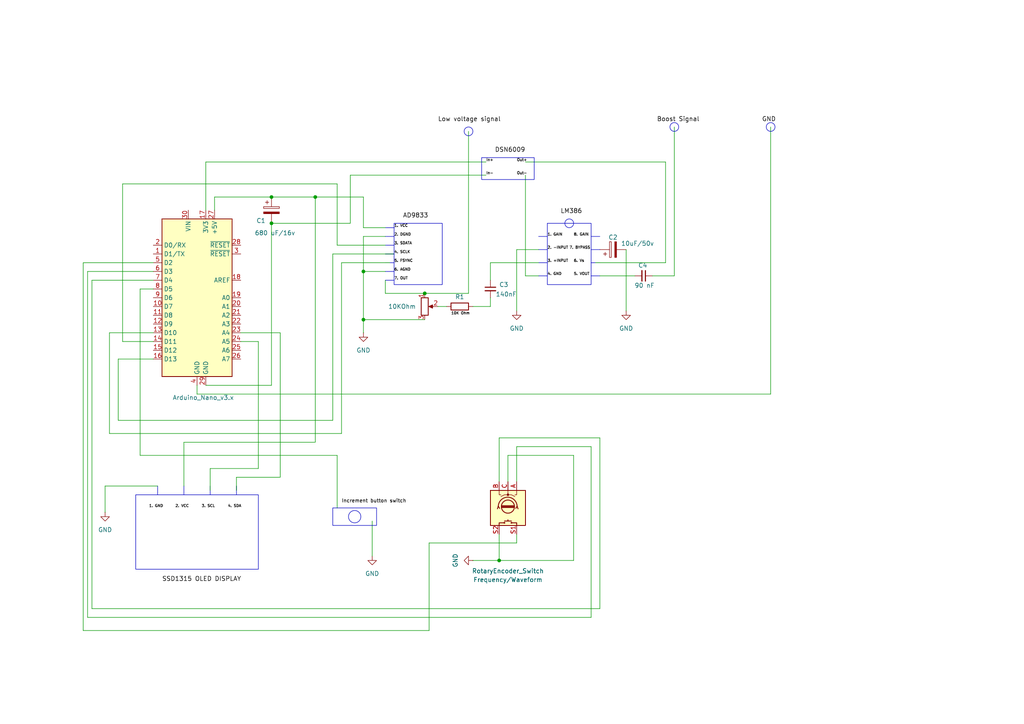
<source format=kicad_sch>
(kicad_sch
	(version 20231120)
	(generator "eeschema")
	(generator_version "8.0")
	(uuid "c15e5628-b4e3-4d00-9f7f-c10d74ea7b48")
	(paper "A4")
	(lib_symbols
		(symbol "Device:C_Polarized"
			(pin_numbers hide)
			(pin_names
				(offset 0.254)
			)
			(exclude_from_sim no)
			(in_bom yes)
			(on_board yes)
			(property "Reference" "C"
				(at 0.635 2.54 0)
				(effects
					(font
						(size 1.27 1.27)
					)
					(justify left)
				)
			)
			(property "Value" "C_Polarized"
				(at 0.635 -2.54 0)
				(effects
					(font
						(size 1.27 1.27)
					)
					(justify left)
				)
			)
			(property "Footprint" ""
				(at 0.9652 -3.81 0)
				(effects
					(font
						(size 1.27 1.27)
					)
					(hide yes)
				)
			)
			(property "Datasheet" "~"
				(at 0 0 0)
				(effects
					(font
						(size 1.27 1.27)
					)
					(hide yes)
				)
			)
			(property "Description" "Polarized capacitor"
				(at 0 0 0)
				(effects
					(font
						(size 1.27 1.27)
					)
					(hide yes)
				)
			)
			(property "ki_keywords" "cap capacitor"
				(at 0 0 0)
				(effects
					(font
						(size 1.27 1.27)
					)
					(hide yes)
				)
			)
			(property "ki_fp_filters" "CP_*"
				(at 0 0 0)
				(effects
					(font
						(size 1.27 1.27)
					)
					(hide yes)
				)
			)
			(symbol "C_Polarized_0_1"
				(rectangle
					(start -2.286 0.508)
					(end 2.286 1.016)
					(stroke
						(width 0)
						(type default)
					)
					(fill
						(type none)
					)
				)
				(polyline
					(pts
						(xy -1.778 2.286) (xy -0.762 2.286)
					)
					(stroke
						(width 0)
						(type default)
					)
					(fill
						(type none)
					)
				)
				(polyline
					(pts
						(xy -1.27 2.794) (xy -1.27 1.778)
					)
					(stroke
						(width 0)
						(type default)
					)
					(fill
						(type none)
					)
				)
				(rectangle
					(start 2.286 -0.508)
					(end -2.286 -1.016)
					(stroke
						(width 0)
						(type default)
					)
					(fill
						(type outline)
					)
				)
			)
			(symbol "C_Polarized_1_1"
				(pin passive line
					(at 0 3.81 270)
					(length 2.794)
					(name "~"
						(effects
							(font
								(size 1.27 1.27)
							)
						)
					)
					(number "1"
						(effects
							(font
								(size 1.27 1.27)
							)
						)
					)
				)
				(pin passive line
					(at 0 -3.81 90)
					(length 2.794)
					(name "~"
						(effects
							(font
								(size 1.27 1.27)
							)
						)
					)
					(number "2"
						(effects
							(font
								(size 1.27 1.27)
							)
						)
					)
				)
			)
		)
		(symbol "Device:C_Small"
			(pin_numbers hide)
			(pin_names
				(offset 0.254) hide)
			(exclude_from_sim no)
			(in_bom yes)
			(on_board yes)
			(property "Reference" "C"
				(at 0.254 1.778 0)
				(effects
					(font
						(size 1.27 1.27)
					)
					(justify left)
				)
			)
			(property "Value" "C_Small"
				(at 0.254 -2.032 0)
				(effects
					(font
						(size 1.27 1.27)
					)
					(justify left)
				)
			)
			(property "Footprint" ""
				(at 0 0 0)
				(effects
					(font
						(size 1.27 1.27)
					)
					(hide yes)
				)
			)
			(property "Datasheet" "~"
				(at 0 0 0)
				(effects
					(font
						(size 1.27 1.27)
					)
					(hide yes)
				)
			)
			(property "Description" "Unpolarized capacitor, small symbol"
				(at 0 0 0)
				(effects
					(font
						(size 1.27 1.27)
					)
					(hide yes)
				)
			)
			(property "ki_keywords" "capacitor cap"
				(at 0 0 0)
				(effects
					(font
						(size 1.27 1.27)
					)
					(hide yes)
				)
			)
			(property "ki_fp_filters" "C_*"
				(at 0 0 0)
				(effects
					(font
						(size 1.27 1.27)
					)
					(hide yes)
				)
			)
			(symbol "C_Small_0_1"
				(polyline
					(pts
						(xy -1.524 -0.508) (xy 1.524 -0.508)
					)
					(stroke
						(width 0.3302)
						(type default)
					)
					(fill
						(type none)
					)
				)
				(polyline
					(pts
						(xy -1.524 0.508) (xy 1.524 0.508)
					)
					(stroke
						(width 0.3048)
						(type default)
					)
					(fill
						(type none)
					)
				)
			)
			(symbol "C_Small_1_1"
				(pin passive line
					(at 0 2.54 270)
					(length 2.032)
					(name "~"
						(effects
							(font
								(size 1.27 1.27)
							)
						)
					)
					(number "1"
						(effects
							(font
								(size 1.27 1.27)
							)
						)
					)
				)
				(pin passive line
					(at 0 -2.54 90)
					(length 2.032)
					(name "~"
						(effects
							(font
								(size 1.27 1.27)
							)
						)
					)
					(number "2"
						(effects
							(font
								(size 1.27 1.27)
							)
						)
					)
				)
			)
		)
		(symbol "Device:R"
			(pin_numbers hide)
			(pin_names
				(offset 0)
			)
			(exclude_from_sim no)
			(in_bom yes)
			(on_board yes)
			(property "Reference" "R"
				(at 2.032 0 90)
				(effects
					(font
						(size 1.27 1.27)
					)
				)
			)
			(property "Value" "R"
				(at 0 0 90)
				(effects
					(font
						(size 1.27 1.27)
					)
				)
			)
			(property "Footprint" ""
				(at -1.778 0 90)
				(effects
					(font
						(size 1.27 1.27)
					)
					(hide yes)
				)
			)
			(property "Datasheet" "~"
				(at 0 0 0)
				(effects
					(font
						(size 1.27 1.27)
					)
					(hide yes)
				)
			)
			(property "Description" "Resistor"
				(at 0 0 0)
				(effects
					(font
						(size 1.27 1.27)
					)
					(hide yes)
				)
			)
			(property "ki_keywords" "R res resistor"
				(at 0 0 0)
				(effects
					(font
						(size 1.27 1.27)
					)
					(hide yes)
				)
			)
			(property "ki_fp_filters" "R_*"
				(at 0 0 0)
				(effects
					(font
						(size 1.27 1.27)
					)
					(hide yes)
				)
			)
			(symbol "R_0_1"
				(rectangle
					(start -1.016 -2.54)
					(end 1.016 2.54)
					(stroke
						(width 0.254)
						(type default)
					)
					(fill
						(type none)
					)
				)
			)
			(symbol "R_1_1"
				(pin passive line
					(at 0 3.81 270)
					(length 1.27)
					(name "~"
						(effects
							(font
								(size 1.27 1.27)
							)
						)
					)
					(number "1"
						(effects
							(font
								(size 1.27 1.27)
							)
						)
					)
				)
				(pin passive line
					(at 0 -3.81 90)
					(length 1.27)
					(name "~"
						(effects
							(font
								(size 1.27 1.27)
							)
						)
					)
					(number "2"
						(effects
							(font
								(size 1.27 1.27)
							)
						)
					)
				)
			)
		)
		(symbol "Device:R_Potentiometer"
			(pin_names
				(offset 1.016) hide)
			(exclude_from_sim no)
			(in_bom yes)
			(on_board yes)
			(property "Reference" "RV"
				(at -4.445 0 90)
				(effects
					(font
						(size 1.27 1.27)
					)
				)
			)
			(property "Value" "R_Potentiometer"
				(at -2.54 0 90)
				(effects
					(font
						(size 1.27 1.27)
					)
				)
			)
			(property "Footprint" ""
				(at 0 0 0)
				(effects
					(font
						(size 1.27 1.27)
					)
					(hide yes)
				)
			)
			(property "Datasheet" "~"
				(at 0 0 0)
				(effects
					(font
						(size 1.27 1.27)
					)
					(hide yes)
				)
			)
			(property "Description" "Potentiometer"
				(at 0 0 0)
				(effects
					(font
						(size 1.27 1.27)
					)
					(hide yes)
				)
			)
			(property "ki_keywords" "resistor variable"
				(at 0 0 0)
				(effects
					(font
						(size 1.27 1.27)
					)
					(hide yes)
				)
			)
			(property "ki_fp_filters" "Potentiometer*"
				(at 0 0 0)
				(effects
					(font
						(size 1.27 1.27)
					)
					(hide yes)
				)
			)
			(symbol "R_Potentiometer_0_1"
				(polyline
					(pts
						(xy 2.54 0) (xy 1.524 0)
					)
					(stroke
						(width 0)
						(type default)
					)
					(fill
						(type none)
					)
				)
				(polyline
					(pts
						(xy 1.143 0) (xy 2.286 0.508) (xy 2.286 -0.508) (xy 1.143 0)
					)
					(stroke
						(width 0)
						(type default)
					)
					(fill
						(type outline)
					)
				)
				(rectangle
					(start 1.016 2.54)
					(end -1.016 -2.54)
					(stroke
						(width 0.254)
						(type default)
					)
					(fill
						(type none)
					)
				)
			)
			(symbol "R_Potentiometer_1_1"
				(pin passive line
					(at 0 3.81 270)
					(length 1.27)
					(name "1"
						(effects
							(font
								(size 1.27 1.27)
							)
						)
					)
					(number "1"
						(effects
							(font
								(size 1.27 1.27)
							)
						)
					)
				)
				(pin passive line
					(at 3.81 0 180)
					(length 1.27)
					(name "2"
						(effects
							(font
								(size 1.27 1.27)
							)
						)
					)
					(number "2"
						(effects
							(font
								(size 1.27 1.27)
							)
						)
					)
				)
				(pin passive line
					(at 0 -3.81 90)
					(length 1.27)
					(name "3"
						(effects
							(font
								(size 1.27 1.27)
							)
						)
					)
					(number "3"
						(effects
							(font
								(size 1.27 1.27)
							)
						)
					)
				)
			)
		)
		(symbol "Device:RotaryEncoder_Switch"
			(pin_names
				(offset 0.254) hide)
			(exclude_from_sim no)
			(in_bom yes)
			(on_board yes)
			(property "Reference" "SW"
				(at 0 6.604 0)
				(effects
					(font
						(size 1.27 1.27)
					)
				)
			)
			(property "Value" "RotaryEncoder_Switch"
				(at 0 -6.604 0)
				(effects
					(font
						(size 1.27 1.27)
					)
				)
			)
			(property "Footprint" ""
				(at -3.81 4.064 0)
				(effects
					(font
						(size 1.27 1.27)
					)
					(hide yes)
				)
			)
			(property "Datasheet" "~"
				(at 0 6.604 0)
				(effects
					(font
						(size 1.27 1.27)
					)
					(hide yes)
				)
			)
			(property "Description" "Rotary encoder, dual channel, incremental quadrate outputs, with switch"
				(at 0 0 0)
				(effects
					(font
						(size 1.27 1.27)
					)
					(hide yes)
				)
			)
			(property "ki_keywords" "rotary switch encoder switch push button"
				(at 0 0 0)
				(effects
					(font
						(size 1.27 1.27)
					)
					(hide yes)
				)
			)
			(property "ki_fp_filters" "RotaryEncoder*Switch*"
				(at 0 0 0)
				(effects
					(font
						(size 1.27 1.27)
					)
					(hide yes)
				)
			)
			(symbol "RotaryEncoder_Switch_0_1"
				(rectangle
					(start -5.08 5.08)
					(end 5.08 -5.08)
					(stroke
						(width 0.254)
						(type default)
					)
					(fill
						(type background)
					)
				)
				(circle
					(center -3.81 0)
					(radius 0.254)
					(stroke
						(width 0)
						(type default)
					)
					(fill
						(type outline)
					)
				)
				(circle
					(center -0.381 0)
					(radius 1.905)
					(stroke
						(width 0.254)
						(type default)
					)
					(fill
						(type none)
					)
				)
				(arc
					(start -0.381 2.667)
					(mid -3.0988 -0.0635)
					(end -0.381 -2.794)
					(stroke
						(width 0.254)
						(type default)
					)
					(fill
						(type none)
					)
				)
				(polyline
					(pts
						(xy -0.635 -1.778) (xy -0.635 1.778)
					)
					(stroke
						(width 0.254)
						(type default)
					)
					(fill
						(type none)
					)
				)
				(polyline
					(pts
						(xy -0.381 -1.778) (xy -0.381 1.778)
					)
					(stroke
						(width 0.254)
						(type default)
					)
					(fill
						(type none)
					)
				)
				(polyline
					(pts
						(xy -0.127 1.778) (xy -0.127 -1.778)
					)
					(stroke
						(width 0.254)
						(type default)
					)
					(fill
						(type none)
					)
				)
				(polyline
					(pts
						(xy 3.81 0) (xy 3.429 0)
					)
					(stroke
						(width 0.254)
						(type default)
					)
					(fill
						(type none)
					)
				)
				(polyline
					(pts
						(xy 3.81 1.016) (xy 3.81 -1.016)
					)
					(stroke
						(width 0.254)
						(type default)
					)
					(fill
						(type none)
					)
				)
				(polyline
					(pts
						(xy -5.08 -2.54) (xy -3.81 -2.54) (xy -3.81 -2.032)
					)
					(stroke
						(width 0)
						(type default)
					)
					(fill
						(type none)
					)
				)
				(polyline
					(pts
						(xy -5.08 2.54) (xy -3.81 2.54) (xy -3.81 2.032)
					)
					(stroke
						(width 0)
						(type default)
					)
					(fill
						(type none)
					)
				)
				(polyline
					(pts
						(xy 0.254 -3.048) (xy -0.508 -2.794) (xy 0.127 -2.413)
					)
					(stroke
						(width 0.254)
						(type default)
					)
					(fill
						(type none)
					)
				)
				(polyline
					(pts
						(xy 0.254 2.921) (xy -0.508 2.667) (xy 0.127 2.286)
					)
					(stroke
						(width 0.254)
						(type default)
					)
					(fill
						(type none)
					)
				)
				(polyline
					(pts
						(xy 5.08 -2.54) (xy 4.318 -2.54) (xy 4.318 -1.016)
					)
					(stroke
						(width 0.254)
						(type default)
					)
					(fill
						(type none)
					)
				)
				(polyline
					(pts
						(xy 5.08 2.54) (xy 4.318 2.54) (xy 4.318 1.016)
					)
					(stroke
						(width 0.254)
						(type default)
					)
					(fill
						(type none)
					)
				)
				(polyline
					(pts
						(xy -5.08 0) (xy -3.81 0) (xy -3.81 -1.016) (xy -3.302 -2.032)
					)
					(stroke
						(width 0)
						(type default)
					)
					(fill
						(type none)
					)
				)
				(polyline
					(pts
						(xy -4.318 0) (xy -3.81 0) (xy -3.81 1.016) (xy -3.302 2.032)
					)
					(stroke
						(width 0)
						(type default)
					)
					(fill
						(type none)
					)
				)
				(circle
					(center 4.318 -1.016)
					(radius 0.127)
					(stroke
						(width 0.254)
						(type default)
					)
					(fill
						(type none)
					)
				)
				(circle
					(center 4.318 1.016)
					(radius 0.127)
					(stroke
						(width 0.254)
						(type default)
					)
					(fill
						(type none)
					)
				)
			)
			(symbol "RotaryEncoder_Switch_1_1"
				(pin passive line
					(at -7.62 2.54 0)
					(length 2.54)
					(name "A"
						(effects
							(font
								(size 1.27 1.27)
							)
						)
					)
					(number "A"
						(effects
							(font
								(size 1.27 1.27)
							)
						)
					)
				)
				(pin passive line
					(at -7.62 -2.54 0)
					(length 2.54)
					(name "B"
						(effects
							(font
								(size 1.27 1.27)
							)
						)
					)
					(number "B"
						(effects
							(font
								(size 1.27 1.27)
							)
						)
					)
				)
				(pin passive line
					(at -7.62 0 0)
					(length 2.54)
					(name "C"
						(effects
							(font
								(size 1.27 1.27)
							)
						)
					)
					(number "C"
						(effects
							(font
								(size 1.27 1.27)
							)
						)
					)
				)
				(pin passive line
					(at 7.62 2.54 180)
					(length 2.54)
					(name "S1"
						(effects
							(font
								(size 1.27 1.27)
							)
						)
					)
					(number "S1"
						(effects
							(font
								(size 1.27 1.27)
							)
						)
					)
				)
				(pin passive line
					(at 7.62 -2.54 180)
					(length 2.54)
					(name "S2"
						(effects
							(font
								(size 1.27 1.27)
							)
						)
					)
					(number "S2"
						(effects
							(font
								(size 1.27 1.27)
							)
						)
					)
				)
			)
		)
		(symbol "MCU_Module:Arduino_Nano_v3.x"
			(exclude_from_sim no)
			(in_bom yes)
			(on_board yes)
			(property "Reference" "A"
				(at -10.16 23.495 0)
				(effects
					(font
						(size 1.27 1.27)
					)
					(justify left bottom)
				)
			)
			(property "Value" "Arduino_Nano_v3.x"
				(at 5.08 -24.13 0)
				(effects
					(font
						(size 1.27 1.27)
					)
					(justify left top)
				)
			)
			(property "Footprint" "Module:Arduino_Nano"
				(at 0 0 0)
				(effects
					(font
						(size 1.27 1.27)
						(italic yes)
					)
					(hide yes)
				)
			)
			(property "Datasheet" "http://www.mouser.com/pdfdocs/Gravitech_Arduino_Nano3_0.pdf"
				(at 0 0 0)
				(effects
					(font
						(size 1.27 1.27)
					)
					(hide yes)
				)
			)
			(property "Description" "Arduino Nano v3.x"
				(at 0 0 0)
				(effects
					(font
						(size 1.27 1.27)
					)
					(hide yes)
				)
			)
			(property "ki_keywords" "Arduino nano microcontroller module USB"
				(at 0 0 0)
				(effects
					(font
						(size 1.27 1.27)
					)
					(hide yes)
				)
			)
			(property "ki_fp_filters" "Arduino*Nano*"
				(at 0 0 0)
				(effects
					(font
						(size 1.27 1.27)
					)
					(hide yes)
				)
			)
			(symbol "Arduino_Nano_v3.x_0_1"
				(rectangle
					(start -10.16 22.86)
					(end 10.16 -22.86)
					(stroke
						(width 0.254)
						(type default)
					)
					(fill
						(type background)
					)
				)
			)
			(symbol "Arduino_Nano_v3.x_1_1"
				(pin bidirectional line
					(at -12.7 12.7 0)
					(length 2.54)
					(name "D1/TX"
						(effects
							(font
								(size 1.27 1.27)
							)
						)
					)
					(number "1"
						(effects
							(font
								(size 1.27 1.27)
							)
						)
					)
				)
				(pin bidirectional line
					(at -12.7 -2.54 0)
					(length 2.54)
					(name "D7"
						(effects
							(font
								(size 1.27 1.27)
							)
						)
					)
					(number "10"
						(effects
							(font
								(size 1.27 1.27)
							)
						)
					)
				)
				(pin bidirectional line
					(at -12.7 -5.08 0)
					(length 2.54)
					(name "D8"
						(effects
							(font
								(size 1.27 1.27)
							)
						)
					)
					(number "11"
						(effects
							(font
								(size 1.27 1.27)
							)
						)
					)
				)
				(pin bidirectional line
					(at -12.7 -7.62 0)
					(length 2.54)
					(name "D9"
						(effects
							(font
								(size 1.27 1.27)
							)
						)
					)
					(number "12"
						(effects
							(font
								(size 1.27 1.27)
							)
						)
					)
				)
				(pin bidirectional line
					(at -12.7 -10.16 0)
					(length 2.54)
					(name "D10"
						(effects
							(font
								(size 1.27 1.27)
							)
						)
					)
					(number "13"
						(effects
							(font
								(size 1.27 1.27)
							)
						)
					)
				)
				(pin bidirectional line
					(at -12.7 -12.7 0)
					(length 2.54)
					(name "D11"
						(effects
							(font
								(size 1.27 1.27)
							)
						)
					)
					(number "14"
						(effects
							(font
								(size 1.27 1.27)
							)
						)
					)
				)
				(pin bidirectional line
					(at -12.7 -15.24 0)
					(length 2.54)
					(name "D12"
						(effects
							(font
								(size 1.27 1.27)
							)
						)
					)
					(number "15"
						(effects
							(font
								(size 1.27 1.27)
							)
						)
					)
				)
				(pin bidirectional line
					(at -12.7 -17.78 0)
					(length 2.54)
					(name "D13"
						(effects
							(font
								(size 1.27 1.27)
							)
						)
					)
					(number "16"
						(effects
							(font
								(size 1.27 1.27)
							)
						)
					)
				)
				(pin power_out line
					(at 2.54 25.4 270)
					(length 2.54)
					(name "3V3"
						(effects
							(font
								(size 1.27 1.27)
							)
						)
					)
					(number "17"
						(effects
							(font
								(size 1.27 1.27)
							)
						)
					)
				)
				(pin input line
					(at 12.7 5.08 180)
					(length 2.54)
					(name "AREF"
						(effects
							(font
								(size 1.27 1.27)
							)
						)
					)
					(number "18"
						(effects
							(font
								(size 1.27 1.27)
							)
						)
					)
				)
				(pin bidirectional line
					(at 12.7 0 180)
					(length 2.54)
					(name "A0"
						(effects
							(font
								(size 1.27 1.27)
							)
						)
					)
					(number "19"
						(effects
							(font
								(size 1.27 1.27)
							)
						)
					)
				)
				(pin bidirectional line
					(at -12.7 15.24 0)
					(length 2.54)
					(name "D0/RX"
						(effects
							(font
								(size 1.27 1.27)
							)
						)
					)
					(number "2"
						(effects
							(font
								(size 1.27 1.27)
							)
						)
					)
				)
				(pin bidirectional line
					(at 12.7 -2.54 180)
					(length 2.54)
					(name "A1"
						(effects
							(font
								(size 1.27 1.27)
							)
						)
					)
					(number "20"
						(effects
							(font
								(size 1.27 1.27)
							)
						)
					)
				)
				(pin bidirectional line
					(at 12.7 -5.08 180)
					(length 2.54)
					(name "A2"
						(effects
							(font
								(size 1.27 1.27)
							)
						)
					)
					(number "21"
						(effects
							(font
								(size 1.27 1.27)
							)
						)
					)
				)
				(pin bidirectional line
					(at 12.7 -7.62 180)
					(length 2.54)
					(name "A3"
						(effects
							(font
								(size 1.27 1.27)
							)
						)
					)
					(number "22"
						(effects
							(font
								(size 1.27 1.27)
							)
						)
					)
				)
				(pin bidirectional line
					(at 12.7 -10.16 180)
					(length 2.54)
					(name "A4"
						(effects
							(font
								(size 1.27 1.27)
							)
						)
					)
					(number "23"
						(effects
							(font
								(size 1.27 1.27)
							)
						)
					)
				)
				(pin bidirectional line
					(at 12.7 -12.7 180)
					(length 2.54)
					(name "A5"
						(effects
							(font
								(size 1.27 1.27)
							)
						)
					)
					(number "24"
						(effects
							(font
								(size 1.27 1.27)
							)
						)
					)
				)
				(pin bidirectional line
					(at 12.7 -15.24 180)
					(length 2.54)
					(name "A6"
						(effects
							(font
								(size 1.27 1.27)
							)
						)
					)
					(number "25"
						(effects
							(font
								(size 1.27 1.27)
							)
						)
					)
				)
				(pin bidirectional line
					(at 12.7 -17.78 180)
					(length 2.54)
					(name "A7"
						(effects
							(font
								(size 1.27 1.27)
							)
						)
					)
					(number "26"
						(effects
							(font
								(size 1.27 1.27)
							)
						)
					)
				)
				(pin power_out line
					(at 5.08 25.4 270)
					(length 2.54)
					(name "+5V"
						(effects
							(font
								(size 1.27 1.27)
							)
						)
					)
					(number "27"
						(effects
							(font
								(size 1.27 1.27)
							)
						)
					)
				)
				(pin input line
					(at 12.7 15.24 180)
					(length 2.54)
					(name "~{RESET}"
						(effects
							(font
								(size 1.27 1.27)
							)
						)
					)
					(number "28"
						(effects
							(font
								(size 1.27 1.27)
							)
						)
					)
				)
				(pin power_in line
					(at 2.54 -25.4 90)
					(length 2.54)
					(name "GND"
						(effects
							(font
								(size 1.27 1.27)
							)
						)
					)
					(number "29"
						(effects
							(font
								(size 1.27 1.27)
							)
						)
					)
				)
				(pin input line
					(at 12.7 12.7 180)
					(length 2.54)
					(name "~{RESET}"
						(effects
							(font
								(size 1.27 1.27)
							)
						)
					)
					(number "3"
						(effects
							(font
								(size 1.27 1.27)
							)
						)
					)
				)
				(pin power_in line
					(at -2.54 25.4 270)
					(length 2.54)
					(name "VIN"
						(effects
							(font
								(size 1.27 1.27)
							)
						)
					)
					(number "30"
						(effects
							(font
								(size 1.27 1.27)
							)
						)
					)
				)
				(pin power_in line
					(at 0 -25.4 90)
					(length 2.54)
					(name "GND"
						(effects
							(font
								(size 1.27 1.27)
							)
						)
					)
					(number "4"
						(effects
							(font
								(size 1.27 1.27)
							)
						)
					)
				)
				(pin bidirectional line
					(at -12.7 10.16 0)
					(length 2.54)
					(name "D2"
						(effects
							(font
								(size 1.27 1.27)
							)
						)
					)
					(number "5"
						(effects
							(font
								(size 1.27 1.27)
							)
						)
					)
				)
				(pin bidirectional line
					(at -12.7 7.62 0)
					(length 2.54)
					(name "D3"
						(effects
							(font
								(size 1.27 1.27)
							)
						)
					)
					(number "6"
						(effects
							(font
								(size 1.27 1.27)
							)
						)
					)
				)
				(pin bidirectional line
					(at -12.7 5.08 0)
					(length 2.54)
					(name "D4"
						(effects
							(font
								(size 1.27 1.27)
							)
						)
					)
					(number "7"
						(effects
							(font
								(size 1.27 1.27)
							)
						)
					)
				)
				(pin bidirectional line
					(at -12.7 2.54 0)
					(length 2.54)
					(name "D5"
						(effects
							(font
								(size 1.27 1.27)
							)
						)
					)
					(number "8"
						(effects
							(font
								(size 1.27 1.27)
							)
						)
					)
				)
				(pin bidirectional line
					(at -12.7 0 0)
					(length 2.54)
					(name "D6"
						(effects
							(font
								(size 1.27 1.27)
							)
						)
					)
					(number "9"
						(effects
							(font
								(size 1.27 1.27)
							)
						)
					)
				)
			)
		)
		(symbol "power:GND"
			(power)
			(pin_numbers hide)
			(pin_names
				(offset 0) hide)
			(exclude_from_sim no)
			(in_bom yes)
			(on_board yes)
			(property "Reference" "#PWR"
				(at 0 -6.35 0)
				(effects
					(font
						(size 1.27 1.27)
					)
					(hide yes)
				)
			)
			(property "Value" "GND"
				(at 0 -3.81 0)
				(effects
					(font
						(size 1.27 1.27)
					)
				)
			)
			(property "Footprint" ""
				(at 0 0 0)
				(effects
					(font
						(size 1.27 1.27)
					)
					(hide yes)
				)
			)
			(property "Datasheet" ""
				(at 0 0 0)
				(effects
					(font
						(size 1.27 1.27)
					)
					(hide yes)
				)
			)
			(property "Description" "Power symbol creates a global label with name \"GND\" , ground"
				(at 0 0 0)
				(effects
					(font
						(size 1.27 1.27)
					)
					(hide yes)
				)
			)
			(property "ki_keywords" "global power"
				(at 0 0 0)
				(effects
					(font
						(size 1.27 1.27)
					)
					(hide yes)
				)
			)
			(symbol "GND_0_1"
				(polyline
					(pts
						(xy 0 0) (xy 0 -1.27) (xy 1.27 -1.27) (xy 0 -2.54) (xy -1.27 -1.27) (xy 0 -1.27)
					)
					(stroke
						(width 0)
						(type default)
					)
					(fill
						(type none)
					)
				)
			)
			(symbol "GND_1_1"
				(pin power_in line
					(at 0 0 270)
					(length 0)
					(name "~"
						(effects
							(font
								(size 1.27 1.27)
							)
						)
					)
					(number "1"
						(effects
							(font
								(size 1.27 1.27)
							)
						)
					)
				)
			)
		)
	)
	(junction
		(at 105.41 92.71)
		(diameter 0)
		(color 0 0 0 0)
		(uuid "43f0a563-fa6c-4635-aed3-1830977b3550")
	)
	(junction
		(at 144.78 162.56)
		(diameter 0)
		(color 0 0 0 0)
		(uuid "5365f381-f972-4b91-a898-b04818a97463")
	)
	(junction
		(at 91.44 57.15)
		(diameter 0)
		(color 0 0 0 0)
		(uuid "9fe2908e-86f3-49ec-98f4-fae50848ae73")
	)
	(junction
		(at 105.41 78.74)
		(diameter 0)
		(color 0 0 0 0)
		(uuid "a4b65722-1e11-4da1-85e2-46473163c252")
	)
	(junction
		(at 78.74 57.15)
		(diameter 0)
		(color 0 0 0 0)
		(uuid "a4e405ae-1c1c-4348-9e88-b5d3c06cd9fa")
	)
	(junction
		(at 123.19 85.09)
		(diameter 0)
		(color 0 0 0 0)
		(uuid "c99d9d0a-8288-4b9c-a915-3e00ca9a79a2")
	)
	(junction
		(at 78.74 64.77)
		(diameter 0)
		(color 0 0 0 0)
		(uuid "e4cb1c78-183f-43c3-8cc8-9d71a6542f97")
	)
	(wire
		(pts
			(xy 149.86 72.39) (xy 149.86 90.17)
		)
		(stroke
			(width 0)
			(type default)
		)
		(uuid "0028d971-21ba-4197-bc9a-0ea83e374262")
	)
	(wire
		(pts
			(xy 97.79 132.08) (xy 97.79 147.32)
		)
		(stroke
			(width 0)
			(type default)
		)
		(uuid "017fdec5-e107-4d05-bc42-9bd7174d129b")
	)
	(wire
		(pts
			(xy 53.34 140.97) (xy 53.34 128.27)
		)
		(stroke
			(width 0)
			(type default)
		)
		(uuid "03a21fe9-2a5c-426e-8050-776973e31067")
	)
	(wire
		(pts
			(xy 99.06 76.2) (xy 99.06 125.73)
		)
		(stroke
			(width 0)
			(type default)
		)
		(uuid "03cb2426-e9bf-4cfc-b62c-0f74a5425403")
	)
	(wire
		(pts
			(xy 60.96 135.89) (xy 60.96 142.24)
		)
		(stroke
			(width 0)
			(type default)
		)
		(uuid "0682ff9f-6e48-4c7e-94b8-55621bd59b1c")
	)
	(wire
		(pts
			(xy 35.56 99.06) (xy 44.45 99.06)
		)
		(stroke
			(width 0)
			(type default)
		)
		(uuid "073f7dae-2f1a-4cdd-bb80-5122e294e63e")
	)
	(wire
		(pts
			(xy 107.95 151.13) (xy 107.95 161.29)
		)
		(stroke
			(width 0)
			(type default)
		)
		(uuid "09619fc7-b6e3-438b-b589-e5ea311e4258")
	)
	(wire
		(pts
			(xy 147.32 132.08) (xy 166.37 132.08)
		)
		(stroke
			(width 0)
			(type default)
		)
		(uuid "0a9990e8-bbdc-497f-b029-dd339eda0c51")
	)
	(wire
		(pts
			(xy 111.76 85.09) (xy 123.19 85.09)
		)
		(stroke
			(width 0)
			(type default)
		)
		(uuid "0c6b15f1-c8b0-4272-bda2-343a6b278946")
	)
	(wire
		(pts
			(xy 144.78 162.56) (xy 137.16 162.56)
		)
		(stroke
			(width 0)
			(type default)
		)
		(uuid "0e0f28b4-63ed-4dd2-9642-a6c4313aec47")
	)
	(wire
		(pts
			(xy 101.6 50.8) (xy 140.97 50.8)
		)
		(stroke
			(width 0)
			(type default)
		)
		(uuid "1037711d-c7c0-4958-8ea4-decf3316ab09")
	)
	(polyline
		(pts
			(xy 171.45 68.58) (xy 173.99 68.58)
		)
		(stroke
			(width 0)
			(type default)
		)
		(uuid "1449d512-2213-487a-88e4-041bfbccf71c")
	)
	(wire
		(pts
			(xy 57.15 114.3) (xy 223.52 114.3)
		)
		(stroke
			(width 0)
			(type default)
		)
		(uuid "159ad3e5-6d6f-4bb2-809a-ab3d22c7969f")
	)
	(wire
		(pts
			(xy 31.75 96.52) (xy 44.45 96.52)
		)
		(stroke
			(width 0)
			(type default)
		)
		(uuid "18d5ffb6-c138-4cb4-be84-612287c99c98")
	)
	(wire
		(pts
			(xy 142.24 86.36) (xy 142.24 88.9)
		)
		(stroke
			(width 0)
			(type default)
		)
		(uuid "1aa27bb5-ac6f-4101-bc70-18d960c420e2")
	)
	(polyline
		(pts
			(xy 111.76 78.74) (xy 114.3 78.74)
		)
		(stroke
			(width 0)
			(type default)
		)
		(uuid "1c31b69d-692d-4625-a159-171468bc9c68")
	)
	(polyline
		(pts
			(xy 156.21 76.2) (xy 158.75 76.2)
		)
		(stroke
			(width 0)
			(type default)
		)
		(uuid "1f31d157-409f-452e-a0da-0b5c2ff41b4e")
	)
	(wire
		(pts
			(xy 78.74 64.77) (xy 78.74 111.76)
		)
		(stroke
			(width 0)
			(type default)
		)
		(uuid "1f4b69ed-76e9-4c67-81b7-61892959ab9e")
	)
	(wire
		(pts
			(xy 147.32 139.7) (xy 147.32 132.08)
		)
		(stroke
			(width 0)
			(type default)
		)
		(uuid "22fda231-862f-4760-a457-2a8447705181")
	)
	(wire
		(pts
			(xy 81.28 96.52) (xy 69.85 96.52)
		)
		(stroke
			(width 0)
			(type default)
		)
		(uuid "23597819-6415-4d69-bc6e-e29f1a9f13c1")
	)
	(wire
		(pts
			(xy 166.37 162.56) (xy 144.78 162.56)
		)
		(stroke
			(width 0)
			(type default)
		)
		(uuid "23b9132f-7249-4c51-8ca8-41da37860e30")
	)
	(wire
		(pts
			(xy 173.99 176.53) (xy 26.67 176.53)
		)
		(stroke
			(width 0)
			(type default)
		)
		(uuid "292344ca-f530-4b98-9a87-3baf4268e239")
	)
	(wire
		(pts
			(xy 149.86 129.54) (xy 171.45 129.54)
		)
		(stroke
			(width 0)
			(type default)
		)
		(uuid "2bee97a7-9ee1-4ac9-82eb-09a842f7d1d2")
	)
	(wire
		(pts
			(xy 137.16 88.9) (xy 142.24 88.9)
		)
		(stroke
			(width 0)
			(type default)
		)
		(uuid "2e4b7bc0-c2b5-4a07-9493-2cce992132b5")
	)
	(wire
		(pts
			(xy 149.86 154.94) (xy 149.86 157.48)
		)
		(stroke
			(width 0)
			(type default)
		)
		(uuid "33808f70-c2bc-4d1f-8924-e88741f6f7ee")
	)
	(wire
		(pts
			(xy 57.15 111.76) (xy 57.15 114.3)
		)
		(stroke
			(width 0)
			(type default)
		)
		(uuid "344cd1d4-0dc3-45a9-80ba-7bdf737f8c24")
	)
	(wire
		(pts
			(xy 53.34 128.27) (xy 91.44 128.27)
		)
		(stroke
			(width 0)
			(type default)
		)
		(uuid "378c80be-c438-459b-b9e1-6021f7a3bc11")
	)
	(polyline
		(pts
			(xy 111.76 66.04) (xy 114.3 66.04)
		)
		(stroke
			(width 0)
			(type default)
		)
		(uuid "3d42d218-dc11-40a5-b4c0-f1f83baf4f83")
	)
	(wire
		(pts
			(xy 124.46 182.88) (xy 24.13 182.88)
		)
		(stroke
			(width 0)
			(type default)
		)
		(uuid "3ee2be84-bb02-4abd-aa85-0a41719ae338")
	)
	(wire
		(pts
			(xy 223.52 36.83) (xy 223.52 114.3)
		)
		(stroke
			(width 0)
			(type default)
		)
		(uuid "4047fd24-edf6-4b5c-a457-d977c2af9f0c")
	)
	(wire
		(pts
			(xy 78.74 111.76) (xy 59.69 111.76)
		)
		(stroke
			(width 0)
			(type default)
		)
		(uuid "411f5955-9b2c-48e4-b397-0f1a1a756bd4")
	)
	(polyline
		(pts
			(xy 111.76 68.58) (xy 114.3 68.58)
		)
		(stroke
			(width 0)
			(type default)
		)
		(uuid "41cc9dc1-cf98-46e0-8def-503db2dc6646")
	)
	(wire
		(pts
			(xy 40.64 83.82) (xy 40.64 132.08)
		)
		(stroke
			(width 0)
			(type default)
		)
		(uuid "42359858-a5d3-4427-bf71-1a11ba98e265")
	)
	(wire
		(pts
			(xy 105.41 92.71) (xy 123.19 92.71)
		)
		(stroke
			(width 0)
			(type default)
		)
		(uuid "437c2784-16dc-44bd-9f39-66b6bffcb5bb")
	)
	(wire
		(pts
			(xy 34.29 121.92) (xy 96.52 121.92)
		)
		(stroke
			(width 0)
			(type default)
		)
		(uuid "4630cd7b-1b29-4e6f-85dd-1a64b89df40c")
	)
	(wire
		(pts
			(xy 78.74 57.15) (xy 91.44 57.15)
		)
		(stroke
			(width 0)
			(type default)
		)
		(uuid "4c376a3f-4646-409e-bca5-0cb6242d40f8")
	)
	(polyline
		(pts
			(xy 171.45 76.2) (xy 173.99 76.2)
		)
		(stroke
			(width 0)
			(type default)
		)
		(uuid "4dd2fc95-669c-4ef5-b8a4-5b802027b51d")
	)
	(wire
		(pts
			(xy 105.41 66.04) (xy 111.76 66.04)
		)
		(stroke
			(width 0)
			(type default)
		)
		(uuid "4e52f46b-d968-48a2-b8fc-1c7047496c00")
	)
	(wire
		(pts
			(xy 171.45 179.07) (xy 25.4 179.07)
		)
		(stroke
			(width 0)
			(type default)
		)
		(uuid "52c3e7fb-b0f3-44d8-ae56-962a209997fc")
	)
	(wire
		(pts
			(xy 171.45 129.54) (xy 171.45 179.07)
		)
		(stroke
			(width 0)
			(type default)
		)
		(uuid "55c81a11-00ce-4df8-b9fd-4ebc912bd7cd")
	)
	(wire
		(pts
			(xy 59.69 46.99) (xy 140.97 46.99)
		)
		(stroke
			(width 0)
			(type default)
		)
		(uuid "5a1196fa-f947-4abd-92d0-5e329a59e47e")
	)
	(wire
		(pts
			(xy 44.45 104.14) (xy 34.29 104.14)
		)
		(stroke
			(width 0)
			(type default)
		)
		(uuid "5c034ae7-53fe-46e9-bf17-d97ec0921e87")
	)
	(wire
		(pts
			(xy 91.44 57.15) (xy 105.41 57.15)
		)
		(stroke
			(width 0)
			(type default)
		)
		(uuid "5c1c1728-0c4c-446e-8083-d8301ca3523c")
	)
	(wire
		(pts
			(xy 149.86 157.48) (xy 124.46 157.48)
		)
		(stroke
			(width 0)
			(type default)
		)
		(uuid "5f8a6894-a969-4615-bb3a-797e7c2853f4")
	)
	(wire
		(pts
			(xy 34.29 104.14) (xy 34.29 121.92)
		)
		(stroke
			(width 0)
			(type default)
		)
		(uuid "60b95da4-ff57-48b2-8daa-71ef4d9d99fe")
	)
	(wire
		(pts
			(xy 74.93 135.89) (xy 60.96 135.89)
		)
		(stroke
			(width 0)
			(type default)
		)
		(uuid "63d3169e-0448-4cb7-8f3b-a971d2720372")
	)
	(polyline
		(pts
			(xy 156.21 72.39) (xy 158.75 72.39)
		)
		(stroke
			(width 0)
			(type default)
		)
		(uuid "65c2fe3f-7e54-4bee-8775-8a1e000bdfa7")
	)
	(polyline
		(pts
			(xy 156.21 80.01) (xy 158.75 80.01)
		)
		(stroke
			(width 0)
			(type default)
		)
		(uuid "68d88628-d123-4b81-96e4-297aa5f311d6")
	)
	(polyline
		(pts
			(xy 53.34 140.97) (xy 53.34 143.51)
		)
		(stroke
			(width 0)
			(type default)
		)
		(uuid "6dd6dccb-01bf-4056-aa64-60ce2598d35c")
	)
	(polyline
		(pts
			(xy 171.45 72.39) (xy 173.99 72.39)
		)
		(stroke
			(width 0)
			(type default)
		)
		(uuid "6e537756-1ae9-4461-b9fb-be898e4664c8")
	)
	(wire
		(pts
			(xy 135.89 38.1) (xy 135.89 85.09)
		)
		(stroke
			(width 0)
			(type default)
		)
		(uuid "6ffc557b-4654-46a0-b741-3e5178933802")
	)
	(wire
		(pts
			(xy 142.24 76.2) (xy 156.21 76.2)
		)
		(stroke
			(width 0)
			(type default)
		)
		(uuid "71a1a91e-1f74-4f98-a79b-039e24c4fab4")
	)
	(wire
		(pts
			(xy 62.23 57.15) (xy 78.74 57.15)
		)
		(stroke
			(width 0)
			(type default)
		)
		(uuid "730d982a-48d9-4d9c-a16e-b8746225dfbf")
	)
	(wire
		(pts
			(xy 30.48 140.97) (xy 30.48 148.59)
		)
		(stroke
			(width 0)
			(type default)
		)
		(uuid "75448137-c6ff-47cf-981c-c0e2786ad066")
	)
	(wire
		(pts
			(xy 127 88.9) (xy 129.54 88.9)
		)
		(stroke
			(width 0)
			(type default)
		)
		(uuid "77dfd6b5-613f-4e54-87a2-38f37a5a249c")
	)
	(wire
		(pts
			(xy 124.46 157.48) (xy 124.46 182.88)
		)
		(stroke
			(width 0)
			(type default)
		)
		(uuid "7823f4c5-e76c-4e46-bb66-93f6bb32a858")
	)
	(wire
		(pts
			(xy 105.41 57.15) (xy 105.41 66.04)
		)
		(stroke
			(width 0)
			(type default)
		)
		(uuid "7a4c2f9e-9289-40c7-8137-8ddf1a138a04")
	)
	(wire
		(pts
			(xy 25.4 78.74) (xy 44.45 78.74)
		)
		(stroke
			(width 0)
			(type default)
		)
		(uuid "7b01d014-f077-41dd-b400-10165d070070")
	)
	(wire
		(pts
			(xy 97.79 53.34) (xy 35.56 53.34)
		)
		(stroke
			(width 0)
			(type default)
		)
		(uuid "7d38f5fd-25b1-4420-b5d6-7c4254994ec1")
	)
	(wire
		(pts
			(xy 26.67 176.53) (xy 26.67 81.28)
		)
		(stroke
			(width 0)
			(type default)
		)
		(uuid "7e81ca77-7960-4c2e-96f6-499a62e26d5e")
	)
	(wire
		(pts
			(xy 91.44 128.27) (xy 91.44 57.15)
		)
		(stroke
			(width 0)
			(type default)
		)
		(uuid "7f9d40a0-a4c3-421f-8ccc-0b377ed52121")
	)
	(wire
		(pts
			(xy 45.72 140.97) (xy 30.48 140.97)
		)
		(stroke
			(width 0)
			(type default)
		)
		(uuid "82be5cf0-d9ba-4b80-9f15-8c5b526af7f7")
	)
	(polyline
		(pts
			(xy 45.72 140.97) (xy 45.72 143.51)
		)
		(stroke
			(width 0)
			(type default)
		)
		(uuid "83428de1-4f0a-4e8c-ae24-36394b865330")
	)
	(wire
		(pts
			(xy 172.72 76.2) (xy 193.04 76.2)
		)
		(stroke
			(width 0)
			(type default)
		)
		(uuid "836e59bc-33ba-4665-996e-f1a8b6ac87e9")
	)
	(polyline
		(pts
			(xy 111.76 73.66) (xy 114.3 73.66)
		)
		(stroke
			(width 0)
			(type default)
		)
		(uuid "873dee36-9ce4-47d0-ba19-ba24e1c977a5")
	)
	(wire
		(pts
			(xy 144.78 127) (xy 173.99 127)
		)
		(stroke
			(width 0)
			(type default)
		)
		(uuid "89456b69-e1a7-4d0f-a535-e3407bc934bf")
	)
	(polyline
		(pts
			(xy 60.96 140.97) (xy 60.96 143.51)
		)
		(stroke
			(width 0)
			(type default)
		)
		(uuid "8a8cd2b1-ff16-4f94-b2a4-84d92d601387")
	)
	(wire
		(pts
			(xy 142.24 81.28) (xy 142.24 76.2)
		)
		(stroke
			(width 0)
			(type default)
		)
		(uuid "8aa1faca-2ef7-443a-88a1-4252fe542cb3")
	)
	(wire
		(pts
			(xy 62.23 60.96) (xy 62.23 57.15)
		)
		(stroke
			(width 0)
			(type default)
		)
		(uuid "8ae73d26-6b97-448a-8708-07094617d3b4")
	)
	(wire
		(pts
			(xy 144.78 139.7) (xy 144.78 127)
		)
		(stroke
			(width 0)
			(type default)
		)
		(uuid "8c3b2d15-065e-4f77-9127-03f8b440dc6a")
	)
	(wire
		(pts
			(xy 68.58 138.43) (xy 81.28 138.43)
		)
		(stroke
			(width 0)
			(type default)
		)
		(uuid "90a8f5af-18be-4116-b625-b6fbcfd731d1")
	)
	(wire
		(pts
			(xy 173.99 127) (xy 173.99 176.53)
		)
		(stroke
			(width 0)
			(type default)
		)
		(uuid "99d35eb4-3708-475f-abcf-3a497b2547bc")
	)
	(wire
		(pts
			(xy 69.85 99.06) (xy 74.93 99.06)
		)
		(stroke
			(width 0)
			(type default)
		)
		(uuid "99e7153a-bfaa-411e-b322-fb45d75aa67a")
	)
	(wire
		(pts
			(xy 74.93 99.06) (xy 74.93 135.89)
		)
		(stroke
			(width 0)
			(type default)
		)
		(uuid "9a117470-c3ac-4efa-a666-0f5a46521053")
	)
	(wire
		(pts
			(xy 156.21 72.39) (xy 149.86 72.39)
		)
		(stroke
			(width 0)
			(type default)
		)
		(uuid "9ab944f7-bc42-4c21-94c8-3323f85ccc2b")
	)
	(polyline
		(pts
			(xy 171.45 80.01) (xy 173.99 80.01)
		)
		(stroke
			(width 0)
			(type default)
		)
		(uuid "9f0f8974-4601-4939-b222-4ebcf23d8b44")
	)
	(wire
		(pts
			(xy 44.45 83.82) (xy 40.64 83.82)
		)
		(stroke
			(width 0)
			(type default)
		)
		(uuid "a43051b6-1205-4f12-a695-f9a7ceff69eb")
	)
	(wire
		(pts
			(xy 24.13 76.2) (xy 44.45 76.2)
		)
		(stroke
			(width 0)
			(type default)
		)
		(uuid "a7703f7e-b100-4191-b09d-d8b0f7cb9cbc")
	)
	(wire
		(pts
			(xy 111.76 78.74) (xy 105.41 78.74)
		)
		(stroke
			(width 0)
			(type default)
		)
		(uuid "aa20647d-c257-4608-8858-e5d9d30a46e2")
	)
	(wire
		(pts
			(xy 97.79 71.12) (xy 97.79 53.34)
		)
		(stroke
			(width 0)
			(type default)
		)
		(uuid "ab75c068-8bd8-4fec-8786-b01cde7b36b7")
	)
	(wire
		(pts
			(xy 181.61 72.39) (xy 181.61 90.17)
		)
		(stroke
			(width 0)
			(type default)
		)
		(uuid "ac049588-60a9-43ed-a6c7-aa781c0f8ef6")
	)
	(polyline
		(pts
			(xy 111.76 76.2) (xy 114.3 76.2)
		)
		(stroke
			(width 0)
			(type default)
		)
		(uuid "ac962316-962a-4481-900d-8deb6e393ab2")
	)
	(wire
		(pts
			(xy 111.76 71.12) (xy 97.79 71.12)
		)
		(stroke
			(width 0)
			(type default)
		)
		(uuid "acbbc21b-7e54-4944-ba4d-b18320685095")
	)
	(wire
		(pts
			(xy 40.64 132.08) (xy 97.79 132.08)
		)
		(stroke
			(width 0)
			(type default)
		)
		(uuid "ad0762b6-2c19-4e8c-bd7f-ddfae0a0f916")
	)
	(wire
		(pts
			(xy 152.4 80.01) (xy 156.21 80.01)
		)
		(stroke
			(width 0)
			(type default)
		)
		(uuid "ad2c317a-e584-4b46-b7be-88cdc9813598")
	)
	(wire
		(pts
			(xy 111.76 68.58) (xy 105.41 68.58)
		)
		(stroke
			(width 0)
			(type default)
		)
		(uuid "af08d6ce-0e22-44d8-b8d2-1378709356d9")
	)
	(wire
		(pts
			(xy 105.41 92.71) (xy 105.41 96.52)
		)
		(stroke
			(width 0)
			(type default)
		)
		(uuid "afb210be-f2e0-49ae-b6dc-bd64393f79ec")
	)
	(polyline
		(pts
			(xy 156.21 68.58) (xy 158.75 68.58)
		)
		(stroke
			(width 0)
			(type default)
		)
		(uuid "b062f737-ae25-4901-9cbe-5e216afddbbf")
	)
	(wire
		(pts
			(xy 166.37 132.08) (xy 166.37 162.56)
		)
		(stroke
			(width 0)
			(type default)
		)
		(uuid "b15fefa2-0a32-4a23-aa69-292a8183de59")
	)
	(wire
		(pts
			(xy 149.86 139.7) (xy 149.86 129.54)
		)
		(stroke
			(width 0)
			(type default)
		)
		(uuid "b7d4c464-24b9-4f6a-ada8-c1d6b589c465")
	)
	(wire
		(pts
			(xy 144.78 154.94) (xy 144.78 162.56)
		)
		(stroke
			(width 0)
			(type default)
		)
		(uuid "ba47b0e4-ed74-4323-8564-e27720bd5412")
	)
	(wire
		(pts
			(xy 59.69 60.96) (xy 59.69 46.99)
		)
		(stroke
			(width 0)
			(type default)
		)
		(uuid "bdbbdd1f-5a85-4b5d-9cfb-b120ba1cd956")
	)
	(wire
		(pts
			(xy 152.4 46.99) (xy 193.04 46.99)
		)
		(stroke
			(width 0)
			(type default)
		)
		(uuid "be85f264-d825-43ba-b787-9ce327d49c1d")
	)
	(wire
		(pts
			(xy 26.67 81.28) (xy 44.45 81.28)
		)
		(stroke
			(width 0)
			(type default)
		)
		(uuid "c1803349-b2e6-41e9-859f-18c3c86753e1")
	)
	(wire
		(pts
			(xy 96.52 121.92) (xy 96.52 73.66)
		)
		(stroke
			(width 0)
			(type default)
		)
		(uuid "c2b0060c-c1b7-4655-a3fb-ccbc0c58c5e7")
	)
	(wire
		(pts
			(xy 101.6 64.77) (xy 101.6 50.8)
		)
		(stroke
			(width 0)
			(type default)
		)
		(uuid "c398cc7c-ade7-4d4f-8b9a-24c8e5bde4cd")
	)
	(polyline
		(pts
			(xy 111.76 71.12) (xy 114.3 71.12)
		)
		(stroke
			(width 0)
			(type default)
		)
		(uuid "c3a834af-2459-4334-86bc-fd20d276de1f")
	)
	(wire
		(pts
			(xy 81.28 138.43) (xy 81.28 96.52)
		)
		(stroke
			(width 0)
			(type default)
		)
		(uuid "c4415802-d8e7-446f-b9e6-90305bff46ce")
	)
	(wire
		(pts
			(xy 189.23 80.01) (xy 195.58 80.01)
		)
		(stroke
			(width 0)
			(type default)
		)
		(uuid "c5f0328f-d03c-4e3a-b0d6-7fc3f01d420d")
	)
	(wire
		(pts
			(xy 193.04 46.99) (xy 193.04 76.2)
		)
		(stroke
			(width 0)
			(type default)
		)
		(uuid "c7bb9700-c5db-476b-8522-712ba3039bc1")
	)
	(wire
		(pts
			(xy 78.74 64.77) (xy 101.6 64.77)
		)
		(stroke
			(width 0)
			(type default)
		)
		(uuid "cac5051b-52f0-4a30-8c2b-dfb115cd5204")
	)
	(wire
		(pts
			(xy 31.75 125.73) (xy 31.75 96.52)
		)
		(stroke
			(width 0)
			(type default)
		)
		(uuid "cc323af1-4adb-4a01-8c29-4c018085dfd5")
	)
	(wire
		(pts
			(xy 111.76 81.28) (xy 111.76 85.09)
		)
		(stroke
			(width 0)
			(type default)
		)
		(uuid "d69eb63e-3ac5-4e53-ad68-28127f4f77e2")
	)
	(wire
		(pts
			(xy 99.06 125.73) (xy 31.75 125.73)
		)
		(stroke
			(width 0)
			(type default)
		)
		(uuid "d8a3bc14-1f46-4e74-b6be-69e4d4757bee")
	)
	(wire
		(pts
			(xy 68.58 142.24) (xy 68.58 138.43)
		)
		(stroke
			(width 0)
			(type default)
		)
		(uuid "d980dab6-99f3-496e-b1ee-c2b9ab260222")
	)
	(wire
		(pts
			(xy 152.4 50.8) (xy 152.4 80.01)
		)
		(stroke
			(width 0)
			(type default)
		)
		(uuid "db00677a-d39c-4ed3-885e-f62ce892bf24")
	)
	(polyline
		(pts
			(xy 111.76 81.28) (xy 114.3 81.28)
		)
		(stroke
			(width 0)
			(type default)
		)
		(uuid "dd058df7-4461-4792-80bd-7ae583337439")
	)
	(wire
		(pts
			(xy 105.41 78.74) (xy 105.41 92.71)
		)
		(stroke
			(width 0)
			(type default)
		)
		(uuid "e033d660-bd7b-4819-8484-8017751e1063")
	)
	(wire
		(pts
			(xy 195.58 36.83) (xy 195.58 80.01)
		)
		(stroke
			(width 0)
			(type default)
		)
		(uuid "e47b696c-4fa2-4387-95d6-d22a729fdf22")
	)
	(wire
		(pts
			(xy 96.52 73.66) (xy 114.3 73.66)
		)
		(stroke
			(width 0)
			(type default)
		)
		(uuid "e9c98f88-3a06-4e38-bb73-2f46dd144ba2")
	)
	(wire
		(pts
			(xy 105.41 68.58) (xy 105.41 78.74)
		)
		(stroke
			(width 0)
			(type default)
		)
		(uuid "ec251cbd-a35a-4a0c-97b0-692833d04a6d")
	)
	(wire
		(pts
			(xy 113.03 76.2) (xy 99.06 76.2)
		)
		(stroke
			(width 0)
			(type default)
		)
		(uuid "ed837e55-bbcd-4c36-a44c-4fd0b654975d")
	)
	(wire
		(pts
			(xy 24.13 182.88) (xy 24.13 76.2)
		)
		(stroke
			(width 0)
			(type default)
		)
		(uuid "ed8d96ce-9d22-4b05-b892-7be1e796c187")
	)
	(polyline
		(pts
			(xy 68.58 140.97) (xy 68.58 143.51)
		)
		(stroke
			(width 0)
			(type default)
		)
		(uuid "f2ba6536-bd9b-483f-bf4e-4f969aa2331d")
	)
	(wire
		(pts
			(xy 173.99 80.01) (xy 184.15 80.01)
		)
		(stroke
			(width 0)
			(type default)
		)
		(uuid "fa3c5b13-fd4f-4ed2-a046-3b94e9e36754")
	)
	(wire
		(pts
			(xy 123.19 85.09) (xy 135.89 85.09)
		)
		(stroke
			(width 0)
			(type default)
		)
		(uuid "fd0cabbc-652c-4e50-ad32-a485efb9d55a")
	)
	(wire
		(pts
			(xy 35.56 53.34) (xy 35.56 99.06)
		)
		(stroke
			(width 0)
			(type default)
		)
		(uuid "fd889761-b53e-4ea0-b813-3127778bcee5")
	)
	(wire
		(pts
			(xy 25.4 179.07) (xy 25.4 78.74)
		)
		(stroke
			(width 0)
			(type default)
		)
		(uuid "fd89b190-709c-4955-9b6a-5154eb3e399c")
	)
	(circle
		(center 195.58 36.83)
		(radius 1.27)
		(stroke
			(width 0)
			(type default)
		)
		(fill
			(type none)
		)
		(uuid 267abc4e-1a2c-4048-9a58-b2f58bedbced)
	)
	(rectangle
		(start 139.7 45.72)
		(end 154.94 52.07)
		(stroke
			(width 0)
			(type default)
		)
		(fill
			(type none)
		)
		(uuid 2bb490ad-87a1-4977-ad5f-c634d920cd54)
	)
	(circle
		(center 135.89 38.1)
		(radius 1.27)
		(stroke
			(width 0)
			(type default)
		)
		(fill
			(type none)
		)
		(uuid 3a3f1ed2-9893-4506-9cf2-2d7879421eb9)
	)
	(rectangle
		(start 96.52 147.32)
		(end 109.22 152.4)
		(stroke
			(width 0)
			(type default)
		)
		(fill
			(type none)
		)
		(uuid 45b8b359-6ef2-47d4-b8e8-e40f4068dce2)
	)
	(rectangle
		(start 39.37 143.51)
		(end 74.93 165.1)
		(stroke
			(width 0)
			(type default)
		)
		(fill
			(type none)
		)
		(uuid 567c9dcc-a673-4301-8886-8d19a39a04e3)
	)
	(rectangle
		(start 114.3 64.77)
		(end 128.27 82.55)
		(stroke
			(width 0)
			(type default)
		)
		(fill
			(type none)
		)
		(uuid 58a1f98d-fb5d-465b-ae17-c9423a30abd8)
	)
	(circle
		(center 223.52 36.83)
		(radius 1.27)
		(stroke
			(width 0)
			(type default)
		)
		(fill
			(type none)
		)
		(uuid 6a72f105-32e7-4d50-a772-02856592cca7)
	)
	(circle
		(center 102.87 149.86)
		(radius 1.7961)
		(stroke
			(width 0)
			(type default)
		)
		(fill
			(type none)
		)
		(uuid 7acfc1ea-7edc-4e9c-9513-03bcf6f481b7)
	)
	(rectangle
		(start 158.75 64.77)
		(end 171.45 82.55)
		(stroke
			(width 0)
			(type default)
		)
		(fill
			(type none)
		)
		(uuid af557286-6fbc-44de-a3f3-dcb667dde0aa)
	)
	(circle
		(center 165.1 64.77)
		(radius 1.27)
		(stroke
			(width 0)
			(type default)
		)
		(fill
			(type none)
		)
		(uuid e27e2388-32a2-4226-827b-fb3df2daeb17)
	)
	(label "GND"
		(at 220.98 35.56 0)
		(fields_autoplaced yes)
		(effects
			(font
				(size 1.27 1.27)
			)
			(justify left bottom)
		)
		(uuid "03256d07-d533-442b-98ab-e2b6911c45e5")
	)
	(label "7. OUT"
		(at 114.3 81.28 0)
		(fields_autoplaced yes)
		(effects
			(font
				(size 0.762 0.762)
			)
			(justify left bottom)
		)
		(uuid "0a8759e3-b2d6-4cd5-90fb-98b8f0305382")
	)
	(label "5. VOUT"
		(at 166.37 80.01 0)
		(fields_autoplaced yes)
		(effects
			(font
				(size 0.762 0.762)
			)
			(justify left bottom)
		)
		(uuid "0c7aa36f-d82d-44ad-ba79-5964c8a3f79c")
	)
	(label "6. AGND"
		(at 114.3 78.74 0)
		(fields_autoplaced yes)
		(effects
			(font
				(size 0.762 0.762)
			)
			(justify left bottom)
		)
		(uuid "111a54ed-fd9a-4cfa-92a6-9b0b689ebe8c")
	)
	(label "2. DGND"
		(at 114.3 68.58 0)
		(fields_autoplaced yes)
		(effects
			(font
				(size 0.762 0.762)
			)
			(justify left bottom)
		)
		(uuid "19788160-507e-4d19-90bf-25d31dcb700d")
	)
	(label "1. GAIN"
		(at 158.75 68.58 0)
		(fields_autoplaced yes)
		(effects
			(font
				(size 0.762 0.762)
			)
			(justify left bottom)
		)
		(uuid "198bf078-0263-4a01-ae8d-2d07ca833de9")
	)
	(label "1. GND"
		(at 43.18 147.32 0)
		(fields_autoplaced yes)
		(effects
			(font
				(size 0.762 0.762)
			)
			(justify left bottom)
		)
		(uuid "22344b8b-7313-45f5-bd87-5eb15d2ac5ce")
	)
	(label "7. BYPASS"
		(at 165.1 72.39 0)
		(fields_autoplaced yes)
		(effects
			(font
				(size 0.762 0.762)
			)
			(justify left bottom)
		)
		(uuid "30acb4e2-f0fa-422c-ab0b-7f4ec794a260")
	)
	(label "LM386"
		(at 162.56 62.23 0)
		(fields_autoplaced yes)
		(effects
			(font
				(size 1.27 1.27)
			)
			(justify left bottom)
		)
		(uuid "31e674d3-2cd8-442f-825e-babe701a0e53")
	)
	(label "In-"
		(at 140.97 50.8 0)
		(fields_autoplaced yes)
		(effects
			(font
				(size 0.762 0.762)
			)
			(justify left bottom)
		)
		(uuid "37c918cb-27af-4c95-bb93-686b05c3f7ec")
	)
	(label "Increment button switch"
		(at 99.06 146.05 0)
		(fields_autoplaced yes)
		(effects
			(font
				(size 1.016 1.016)
			)
			(justify left bottom)
		)
		(uuid "3b8b61ba-219a-4707-984a-36bc31e88470")
	)
	(label "4. GND"
		(at 158.75 80.01 0)
		(fields_autoplaced yes)
		(effects
			(font
				(size 0.762 0.762)
			)
			(justify left bottom)
		)
		(uuid "3ea6b38e-bba0-4e3f-8404-9c056d299dbe")
	)
	(label "10K Ohm"
		(at 130.81 91.44 0)
		(fields_autoplaced yes)
		(effects
			(font
				(size 0.762 0.762)
			)
			(justify left bottom)
		)
		(uuid "52bbd13b-4fa7-4675-b1a1-4033c4005c65")
	)
	(label "5. FSYNC"
		(at 114.3 76.2 0)
		(fields_autoplaced yes)
		(effects
			(font
				(size 0.762 0.762)
			)
			(justify left bottom)
		)
		(uuid "54e04b97-1198-4331-8254-187a1169a6d7")
	)
	(label "SSD1315 OLED DISPLAY"
		(at 46.99 168.91 0)
		(fields_autoplaced yes)
		(effects
			(font
				(size 1.27 1.27)
			)
			(justify left bottom)
		)
		(uuid "66c8f460-ce96-4317-bd11-9ccc6410c7cb")
	)
	(label "AD9833 "
		(at 116.84 63.5 0)
		(fields_autoplaced yes)
		(effects
			(font
				(size 1.27 1.27)
			)
			(justify left bottom)
		)
		(uuid "6a0d597c-e19b-4331-820d-e3632796a22f")
	)
	(label "DSN6009"
		(at 143.51 44.45 0)
		(fields_autoplaced yes)
		(effects
			(font
				(size 1.27 1.27)
			)
			(justify left bottom)
		)
		(uuid "76cfb3f2-9e9a-4e03-810d-983271513fc3")
	)
	(label "In+"
		(at 140.97 46.99 0)
		(fields_autoplaced yes)
		(effects
			(font
				(size 0.762 0.762)
			)
			(justify left bottom)
		)
		(uuid "78ca04c2-5a22-471f-8227-d292194996c1")
	)
	(label "2. VCC"
		(at 50.8 147.32 0)
		(fields_autoplaced yes)
		(effects
			(font
				(size 0.762 0.762)
			)
			(justify left bottom)
		)
		(uuid "7ecf5746-ac30-4a74-814b-53457d47ad51")
	)
	(label "3. SDATA"
		(at 114.3 71.12 0)
		(fields_autoplaced yes)
		(effects
			(font
				(size 0.762 0.762)
			)
			(justify left bottom)
		)
		(uuid "7f1eee46-c002-4c79-8626-247ba4625506")
	)
	(label "Out+"
		(at 149.86 46.99 0)
		(fields_autoplaced yes)
		(effects
			(font
				(size 0.762 0.762)
			)
			(justify left bottom)
		)
		(uuid "8c00ef60-a45d-47b3-890e-e91d3e101155")
	)
	(label "4. SDA"
		(at 66.04 147.32 0)
		(fields_autoplaced yes)
		(effects
			(font
				(size 0.762 0.762)
			)
			(justify left bottom)
		)
		(uuid "a8f9b301-9bec-4272-b772-ad1946bded41")
	)
	(label "Low voltage signal"
		(at 127 35.56 0)
		(fields_autoplaced yes)
		(effects
			(font
				(size 1.27 1.27)
			)
			(justify left bottom)
		)
		(uuid "c5794b42-29d8-4747-b66a-71d76dce9bd9")
	)
	(label "3. +INPUT"
		(at 158.75 76.2 0)
		(fields_autoplaced yes)
		(effects
			(font
				(size 0.762 0.762)
			)
			(justify left bottom)
		)
		(uuid "d00443a8-0d11-4eaf-9b25-bccb5ead9501")
	)
	(label "8. GAIN"
		(at 166.37 68.58 0)
		(fields_autoplaced yes)
		(effects
			(font
				(size 0.762 0.762)
			)
			(justify left bottom)
		)
		(uuid "d65b6a25-0e0b-4743-9060-5eb61c0f2305")
	)
	(label "6. Vs"
		(at 166.37 76.2 0)
		(fields_autoplaced yes)
		(effects
			(font
				(size 0.762 0.762)
			)
			(justify left bottom)
		)
		(uuid "dc8b20af-6410-4fc8-aff6-e7374f7b428d")
	)
	(label "4. SCLK"
		(at 114.3 73.66 0)
		(fields_autoplaced yes)
		(effects
			(font
				(size 0.762 0.762)
			)
			(justify left bottom)
		)
		(uuid "e268f6e6-3693-4d1e-8bc5-40105e8e9edd")
	)
	(label "Out-"
		(at 149.86 50.8 0)
		(fields_autoplaced yes)
		(effects
			(font
				(size 0.762 0.762)
			)
			(justify left bottom)
		)
		(uuid "e53337a3-9486-44a3-a56c-950ee5427fb3")
	)
	(label "3. SCL"
		(at 58.42 147.32 0)
		(fields_autoplaced yes)
		(effects
			(font
				(size 0.762 0.762)
			)
			(justify left bottom)
		)
		(uuid "e63d3236-f714-4dde-9d1c-0e07530841e0")
	)
	(label "1. VCC"
		(at 114.3 66.04 0)
		(fields_autoplaced yes)
		(effects
			(font
				(size 0.762 0.762)
			)
			(justify left bottom)
		)
		(uuid "f7d672d9-e3c2-4539-ad35-064fe00e7024")
	)
	(label "2. -INPUT"
		(at 158.75 72.39 0)
		(fields_autoplaced yes)
		(effects
			(font
				(size 0.762 0.762)
			)
			(justify left bottom)
		)
		(uuid "fae12892-7910-46d0-9ebf-7c791f2b0810")
	)
	(label "Boost Signal"
		(at 190.5 35.56 0)
		(fields_autoplaced yes)
		(effects
			(font
				(size 1.27 1.27)
			)
			(justify left bottom)
		)
		(uuid "ff03d8f8-fe71-44e1-b892-94b8d89238d5")
	)
	(symbol
		(lib_id "MCU_Module:Arduino_Nano_v3.x")
		(at 57.15 86.36 0)
		(unit 1)
		(exclude_from_sim no)
		(in_bom yes)
		(on_board yes)
		(dnp no)
		(uuid "078db284-00f7-44ed-8af6-b16d0b50c37e")
		(property "Reference" "A1"
			(at 59.436 113.284 0)
			(effects
				(font
					(size 1.27 1.27)
				)
				(justify left)
				(hide yes)
			)
		)
		(property "Value" "Arduino_Nano_v3.x"
			(at 50.038 115.316 0)
			(effects
				(font
					(size 1.27 1.27)
				)
				(justify left)
			)
		)
		(property "Footprint" "Module:Arduino_Nano"
			(at 57.15 86.36 0)
			(effects
				(font
					(size 1.27 1.27)
					(italic yes)
				)
				(hide yes)
			)
		)
		(property "Datasheet" "http://www.mouser.com/pdfdocs/Gravitech_Arduino_Nano3_0.pdf"
			(at 57.15 86.36 0)
			(effects
				(font
					(size 1.27 1.27)
				)
				(hide yes)
			)
		)
		(property "Description" "Arduino Nano v3.x"
			(at 57.15 86.36 0)
			(effects
				(font
					(size 1.27 1.27)
				)
				(hide yes)
			)
		)
		(pin "16"
			(uuid "98d12aa0-3dc9-4e8f-ba8a-3f8d553e5ec0")
		)
		(pin "25"
			(uuid "a8471dde-4332-4858-a7b6-4c0671d449a4")
		)
		(pin "26"
			(uuid "1f51b408-cf3d-46a3-a34d-c291e2bfe834")
		)
		(pin "14"
			(uuid "793b76ed-ba30-48c3-adb4-27ccea0134cc")
		)
		(pin "8"
			(uuid "1b927dc6-83c5-41ce-8eac-fb1d885900fd")
		)
		(pin "3"
			(uuid "d112596d-0e05-48ee-baba-c5485e1cf260")
		)
		(pin "13"
			(uuid "71412a90-cf74-4929-b0c2-c7c3612e8a07")
		)
		(pin "4"
			(uuid "160080e1-036c-403a-a809-be1f035f7c21")
		)
		(pin "5"
			(uuid "85136881-eca3-41b0-b43d-d666865629c8")
		)
		(pin "1"
			(uuid "12d43480-22cf-47b6-9ad6-296b0327b9d2")
		)
		(pin "28"
			(uuid "bdd0c7aa-9899-4e8d-b3dd-416d3ccb24a5")
		)
		(pin "11"
			(uuid "6ff140e9-8a97-456c-84e8-f1ec1f1c1ccb")
		)
		(pin "29"
			(uuid "af95cb30-2760-4cc8-9ade-3c925d08625a")
		)
		(pin "20"
			(uuid "0214c535-9b07-4116-b46c-42250c3ced51")
		)
		(pin "2"
			(uuid "28dd8968-47a9-4c06-b73c-5917f3eba51e")
		)
		(pin "23"
			(uuid "9addb15f-9bc3-4f72-b643-74c843b94e18")
		)
		(pin "12"
			(uuid "d051e39b-3ef8-4a59-b116-e612d47060fa")
		)
		(pin "30"
			(uuid "1695ac73-f876-419a-a6cc-4af6310e4698")
		)
		(pin "10"
			(uuid "35775852-a8d8-491e-8399-7c73dc4bd8e5")
		)
		(pin "9"
			(uuid "137937b1-a4cd-4b71-92b7-1e0f09e0e942")
		)
		(pin "7"
			(uuid "d7f1998a-e219-49a6-a748-ae858cb8b24b")
		)
		(pin "18"
			(uuid "03c61852-18bf-4f86-ba0d-425726e6a649")
		)
		(pin "19"
			(uuid "aec2fc8d-db2b-49f0-82de-29e60e712c33")
		)
		(pin "6"
			(uuid "60f8a1a6-b0d7-424a-9b00-0b66de592022")
		)
		(pin "17"
			(uuid "33b7dc00-25d4-4d53-a5d2-6652f2ce3b8a")
		)
		(pin "22"
			(uuid "4fe879d1-25d1-49b5-b0c7-f7dbdf3117f1")
		)
		(pin "21"
			(uuid "2811b2a1-6821-4f17-9396-3b167a881eb3")
		)
		(pin "24"
			(uuid "41e1c227-154c-496a-bbac-04e4e5d77457")
		)
		(pin "15"
			(uuid "82bcbdab-23e7-4313-bff8-c886ecdfd107")
		)
		(pin "27"
			(uuid "040817eb-9a6a-46dc-8d74-5d55c24fec27")
		)
		(instances
			(project "Signalino"
				(path "/c15e5628-b4e3-4d00-9f7f-c10d74ea7b48"
					(reference "A1")
					(unit 1)
				)
			)
		)
	)
	(symbol
		(lib_id "Device:C_Polarized")
		(at 177.8 72.39 90)
		(unit 1)
		(exclude_from_sim no)
		(in_bom yes)
		(on_board yes)
		(dnp no)
		(uuid "08aa916f-a76f-438a-8b4f-d75dd44da17e")
		(property "Reference" "C2"
			(at 177.8 68.834 90)
			(effects
				(font
					(size 1.27 1.27)
				)
			)
		)
		(property "Value" "10uF/50v"
			(at 184.912 70.612 90)
			(effects
				(font
					(size 1.27 1.27)
				)
			)
		)
		(property "Footprint" ""
			(at 181.61 71.4248 0)
			(effects
				(font
					(size 1.27 1.27)
				)
				(hide yes)
			)
		)
		(property "Datasheet" "~"
			(at 177.8 72.39 0)
			(effects
				(font
					(size 1.27 1.27)
				)
				(hide yes)
			)
		)
		(property "Description" "Polarized capacitor"
			(at 177.8 72.39 0)
			(effects
				(font
					(size 1.27 1.27)
				)
				(hide yes)
			)
		)
		(pin "1"
			(uuid "711b16c3-43c9-4590-b707-cea8baf514d3")
		)
		(pin "2"
			(uuid "197cbd45-f97a-4fa5-b764-73cfa54435ff")
		)
		(instances
			(project "Signalino"
				(path "/c15e5628-b4e3-4d00-9f7f-c10d74ea7b48"
					(reference "C2")
					(unit 1)
				)
			)
		)
	)
	(symbol
		(lib_id "power:GND")
		(at 105.41 96.52 0)
		(unit 1)
		(exclude_from_sim no)
		(in_bom yes)
		(on_board yes)
		(dnp no)
		(fields_autoplaced yes)
		(uuid "16080224-9959-4ff5-9016-1b46ece390c8")
		(property "Reference" "#PWR01"
			(at 105.41 102.87 0)
			(effects
				(font
					(size 1.27 1.27)
				)
				(hide yes)
			)
		)
		(property "Value" "GND"
			(at 105.41 101.6 0)
			(effects
				(font
					(size 1.27 1.27)
				)
			)
		)
		(property "Footprint" ""
			(at 105.41 96.52 0)
			(effects
				(font
					(size 1.27 1.27)
				)
				(hide yes)
			)
		)
		(property "Datasheet" ""
			(at 105.41 96.52 0)
			(effects
				(font
					(size 1.27 1.27)
				)
				(hide yes)
			)
		)
		(property "Description" "Power symbol creates a global label with name \"GND\" , ground"
			(at 105.41 96.52 0)
			(effects
				(font
					(size 1.27 1.27)
				)
				(hide yes)
			)
		)
		(pin "1"
			(uuid "4848e9f7-d65b-48e3-a76a-865f816c65c1")
		)
		(instances
			(project "Signalino"
				(path "/c15e5628-b4e3-4d00-9f7f-c10d74ea7b48"
					(reference "#PWR01")
					(unit 1)
				)
			)
		)
	)
	(symbol
		(lib_id "power:GND")
		(at 107.95 161.29 0)
		(unit 1)
		(exclude_from_sim no)
		(in_bom yes)
		(on_board yes)
		(dnp no)
		(fields_autoplaced yes)
		(uuid "22f8a078-4d98-44d3-b78a-2300143441f4")
		(property "Reference" "#PWR05"
			(at 107.95 167.64 0)
			(effects
				(font
					(size 1.27 1.27)
				)
				(hide yes)
			)
		)
		(property "Value" "GND"
			(at 107.95 166.37 0)
			(effects
				(font
					(size 1.27 1.27)
				)
			)
		)
		(property "Footprint" ""
			(at 107.95 161.29 0)
			(effects
				(font
					(size 1.27 1.27)
				)
				(hide yes)
			)
		)
		(property "Datasheet" ""
			(at 107.95 161.29 0)
			(effects
				(font
					(size 1.27 1.27)
				)
				(hide yes)
			)
		)
		(property "Description" "Power symbol creates a global label with name \"GND\" , ground"
			(at 107.95 161.29 0)
			(effects
				(font
					(size 1.27 1.27)
				)
				(hide yes)
			)
		)
		(pin "1"
			(uuid "a6b13fd7-77a3-415d-8c58-25dcdf570c64")
		)
		(instances
			(project "Signalino"
				(path "/c15e5628-b4e3-4d00-9f7f-c10d74ea7b48"
					(reference "#PWR05")
					(unit 1)
				)
			)
		)
	)
	(symbol
		(lib_id "Device:C_Small")
		(at 186.69 80.01 270)
		(unit 1)
		(exclude_from_sim no)
		(in_bom yes)
		(on_board yes)
		(dnp no)
		(uuid "242fa427-acc2-43ab-b8e7-a169a99cf53b")
		(property "Reference" "C4"
			(at 186.436 76.962 90)
			(effects
				(font
					(size 1.27 1.27)
				)
			)
		)
		(property "Value" "90 nF"
			(at 186.944 82.804 90)
			(effects
				(font
					(size 1.27 1.27)
				)
			)
		)
		(property "Footprint" ""
			(at 186.69 80.01 0)
			(effects
				(font
					(size 1.27 1.27)
				)
				(hide yes)
			)
		)
		(property "Datasheet" "~"
			(at 186.69 80.01 0)
			(effects
				(font
					(size 1.27 1.27)
				)
				(hide yes)
			)
		)
		(property "Description" "Unpolarized capacitor, small symbol"
			(at 186.69 80.01 0)
			(effects
				(font
					(size 1.27 1.27)
				)
				(hide yes)
			)
		)
		(pin "1"
			(uuid "569c1b07-0417-454d-8cea-e2444cb4cf69")
		)
		(pin "2"
			(uuid "8795059a-e325-4477-9776-b0b7d00241ab")
		)
		(instances
			(project "Signalino"
				(path "/c15e5628-b4e3-4d00-9f7f-c10d74ea7b48"
					(reference "C4")
					(unit 1)
				)
			)
		)
	)
	(symbol
		(lib_id "power:GND")
		(at 181.61 90.17 0)
		(unit 1)
		(exclude_from_sim no)
		(in_bom yes)
		(on_board yes)
		(dnp no)
		(fields_autoplaced yes)
		(uuid "332eeefa-017d-4b0e-81dc-43e5da0750e5")
		(property "Reference" "#PWR03"
			(at 181.61 96.52 0)
			(effects
				(font
					(size 1.27 1.27)
				)
				(hide yes)
			)
		)
		(property "Value" "GND"
			(at 181.61 95.25 0)
			(effects
				(font
					(size 1.27 1.27)
				)
			)
		)
		(property "Footprint" ""
			(at 181.61 90.17 0)
			(effects
				(font
					(size 1.27 1.27)
				)
				(hide yes)
			)
		)
		(property "Datasheet" ""
			(at 181.61 90.17 0)
			(effects
				(font
					(size 1.27 1.27)
				)
				(hide yes)
			)
		)
		(property "Description" "Power symbol creates a global label with name \"GND\" , ground"
			(at 181.61 90.17 0)
			(effects
				(font
					(size 1.27 1.27)
				)
				(hide yes)
			)
		)
		(pin "1"
			(uuid "e2219b32-18da-475d-a38e-6ba27ecebc3c")
		)
		(instances
			(project "Signalino"
				(path "/c15e5628-b4e3-4d00-9f7f-c10d74ea7b48"
					(reference "#PWR03")
					(unit 1)
				)
			)
		)
	)
	(symbol
		(lib_id "power:GND")
		(at 149.86 90.17 0)
		(unit 1)
		(exclude_from_sim no)
		(in_bom yes)
		(on_board yes)
		(dnp no)
		(fields_autoplaced yes)
		(uuid "61650b1a-8d8a-41d5-8144-49b357ac7927")
		(property "Reference" "#PWR02"
			(at 149.86 96.52 0)
			(effects
				(font
					(size 1.27 1.27)
				)
				(hide yes)
			)
		)
		(property "Value" "GND"
			(at 149.86 95.25 0)
			(effects
				(font
					(size 1.27 1.27)
				)
			)
		)
		(property "Footprint" ""
			(at 149.86 90.17 0)
			(effects
				(font
					(size 1.27 1.27)
				)
				(hide yes)
			)
		)
		(property "Datasheet" ""
			(at 149.86 90.17 0)
			(effects
				(font
					(size 1.27 1.27)
				)
				(hide yes)
			)
		)
		(property "Description" "Power symbol creates a global label with name \"GND\" , ground"
			(at 149.86 90.17 0)
			(effects
				(font
					(size 1.27 1.27)
				)
				(hide yes)
			)
		)
		(pin "1"
			(uuid "8c670f56-1c30-4cd1-8465-75e351bc45fb")
		)
		(instances
			(project "Signalino"
				(path "/c15e5628-b4e3-4d00-9f7f-c10d74ea7b48"
					(reference "#PWR02")
					(unit 1)
				)
			)
		)
	)
	(symbol
		(lib_id "Device:C_Polarized")
		(at 78.74 60.96 0)
		(unit 1)
		(exclude_from_sim no)
		(in_bom yes)
		(on_board yes)
		(dnp no)
		(uuid "68b5eb69-13db-4ef2-8963-c1f8eed3045d")
		(property "Reference" "C1"
			(at 75.692 64.008 0)
			(effects
				(font
					(size 1.27 1.27)
				)
			)
		)
		(property "Value" "680 uF/16v"
			(at 79.756 67.564 0)
			(effects
				(font
					(size 1.27 1.27)
				)
			)
		)
		(property "Footprint" ""
			(at 79.7052 64.77 0)
			(effects
				(font
					(size 1.27 1.27)
				)
				(hide yes)
			)
		)
		(property "Datasheet" "~"
			(at 78.74 60.96 0)
			(effects
				(font
					(size 1.27 1.27)
				)
				(hide yes)
			)
		)
		(property "Description" "Polarized capacitor"
			(at 78.74 60.96 0)
			(effects
				(font
					(size 1.27 1.27)
				)
				(hide yes)
			)
		)
		(pin "2"
			(uuid "7ff00124-ee15-42b6-afe0-383d4d9bef61")
		)
		(pin "1"
			(uuid "9128a991-2211-40b5-a67f-0edfb1a1dab4")
		)
		(instances
			(project "Signalino"
				(path "/c15e5628-b4e3-4d00-9f7f-c10d74ea7b48"
					(reference "C1")
					(unit 1)
				)
			)
		)
	)
	(symbol
		(lib_id "Device:C_Small")
		(at 142.24 83.82 0)
		(unit 1)
		(exclude_from_sim no)
		(in_bom yes)
		(on_board yes)
		(dnp no)
		(uuid "915305d1-0827-457e-9b7a-4f031c6f6a7f")
		(property "Reference" "C3"
			(at 144.78 82.5562 0)
			(effects
				(font
					(size 1.27 1.27)
				)
				(justify left)
			)
		)
		(property "Value" "140nF"
			(at 143.764 85.344 0)
			(effects
				(font
					(size 1.27 1.27)
				)
				(justify left)
			)
		)
		(property "Footprint" ""
			(at 142.24 83.82 0)
			(effects
				(font
					(size 1.27 1.27)
				)
				(hide yes)
			)
		)
		(property "Datasheet" "~"
			(at 142.24 83.82 0)
			(effects
				(font
					(size 1.27 1.27)
				)
				(hide yes)
			)
		)
		(property "Description" "Unpolarized capacitor, small symbol"
			(at 142.24 83.82 0)
			(effects
				(font
					(size 1.27 1.27)
				)
				(hide yes)
			)
		)
		(pin "1"
			(uuid "cd2c30c5-a319-4a48-937a-e1915beb7802")
		)
		(pin "2"
			(uuid "12c90c43-0611-4483-99a0-b097699881e4")
		)
		(instances
			(project "Signalino"
				(path "/c15e5628-b4e3-4d00-9f7f-c10d74ea7b48"
					(reference "C3")
					(unit 1)
				)
			)
		)
	)
	(symbol
		(lib_id "power:GND")
		(at 137.16 162.56 270)
		(unit 1)
		(exclude_from_sim no)
		(in_bom yes)
		(on_board yes)
		(dnp no)
		(fields_autoplaced yes)
		(uuid "bfcef13e-1122-41ca-a8b4-b2f9cb5dde79")
		(property "Reference" "#PWR06"
			(at 130.81 162.56 0)
			(effects
				(font
					(size 1.27 1.27)
				)
				(hide yes)
			)
		)
		(property "Value" "GND"
			(at 132.08 162.56 0)
			(effects
				(font
					(size 1.27 1.27)
				)
			)
		)
		(property "Footprint" ""
			(at 137.16 162.56 0)
			(effects
				(font
					(size 1.27 1.27)
				)
				(hide yes)
			)
		)
		(property "Datasheet" ""
			(at 137.16 162.56 0)
			(effects
				(font
					(size 1.27 1.27)
				)
				(hide yes)
			)
		)
		(property "Description" "Power symbol creates a global label with name \"GND\" , ground"
			(at 137.16 162.56 0)
			(effects
				(font
					(size 1.27 1.27)
				)
				(hide yes)
			)
		)
		(pin "1"
			(uuid "042750a1-8493-4ceb-88ba-73e8e16bead3")
		)
		(instances
			(project "Signalino"
				(path "/c15e5628-b4e3-4d00-9f7f-c10d74ea7b48"
					(reference "#PWR06")
					(unit 1)
				)
			)
		)
	)
	(symbol
		(lib_id "Device:R")
		(at 133.35 88.9 270)
		(unit 1)
		(exclude_from_sim no)
		(in_bom yes)
		(on_board yes)
		(dnp no)
		(uuid "c46ed520-daf1-4b4d-a398-a375c9dd31c0")
		(property "Reference" "R1"
			(at 133.35 86.106 90)
			(effects
				(font
					(size 1.27 1.27)
				)
			)
		)
		(property "Value" "R"
			(at 133.35 85.09 90)
			(effects
				(font
					(size 1.27 1.27)
				)
				(hide yes)
			)
		)
		(property "Footprint" ""
			(at 133.35 87.122 90)
			(effects
				(font
					(size 1.27 1.27)
				)
				(hide yes)
			)
		)
		(property "Datasheet" "~"
			(at 133.35 88.9 0)
			(effects
				(font
					(size 1.27 1.27)
				)
				(hide yes)
			)
		)
		(property "Description" "Resistor"
			(at 133.35 88.9 0)
			(effects
				(font
					(size 1.27 1.27)
				)
				(hide yes)
			)
		)
		(pin "1"
			(uuid "47669926-3569-4911-8e36-1a892d8e6c3a")
		)
		(pin "2"
			(uuid "7d379bc5-f673-4b96-8486-9d08b3c347f3")
		)
		(instances
			(project "Signalino"
				(path "/c15e5628-b4e3-4d00-9f7f-c10d74ea7b48"
					(reference "R1")
					(unit 1)
				)
			)
		)
	)
	(symbol
		(lib_id "Device:RotaryEncoder_Switch")
		(at 147.32 147.32 270)
		(unit 1)
		(exclude_from_sim no)
		(in_bom yes)
		(on_board yes)
		(dnp no)
		(uuid "e45e4cb2-9ba9-44e1-81f6-03f4a3aac127")
		(property "Reference" "Frequency/Waveform"
			(at 147.32 168.148 90)
			(effects
				(font
					(size 1.27 1.27)
				)
			)
		)
		(property "Value" "RotaryEncoder_Switch"
			(at 147.32 165.608 90)
			(effects
				(font
					(size 1.27 1.27)
				)
			)
		)
		(property "Footprint" ""
			(at 151.384 143.51 0)
			(effects
				(font
					(size 1.27 1.27)
				)
				(hide yes)
			)
		)
		(property "Datasheet" "~"
			(at 153.924 147.32 0)
			(effects
				(font
					(size 1.27 1.27)
				)
				(hide yes)
			)
		)
		(property "Description" "Rotary encoder, dual channel, incremental quadrate outputs, with switch"
			(at 147.32 147.32 0)
			(effects
				(font
					(size 1.27 1.27)
				)
				(hide yes)
			)
		)
		(pin "S2"
			(uuid "167b2c28-ad47-4f16-822d-e70522f38a51")
		)
		(pin "C"
			(uuid "01f8e8a8-c096-46ef-b254-e1ef55ae52e3")
		)
		(pin "B"
			(uuid "563f28d4-da24-4cdc-8818-3faf2015d4c9")
		)
		(pin "A"
			(uuid "367a7219-816e-4e3e-9781-f2a5142c317f")
		)
		(pin "S1"
			(uuid "d5cf30c6-88ff-40c9-80fb-f260b5c7f67f")
		)
		(instances
			(project "Signalino"
				(path "/c15e5628-b4e3-4d00-9f7f-c10d74ea7b48"
					(reference "Frequency/Waveform")
					(unit 1)
				)
			)
		)
	)
	(symbol
		(lib_id "Device:R_Potentiometer")
		(at 123.19 88.9 0)
		(unit 1)
		(exclude_from_sim no)
		(in_bom yes)
		(on_board yes)
		(dnp no)
		(fields_autoplaced yes)
		(uuid "ec68ae44-b541-4c3a-8ec2-eb2e3ccd3204")
		(property "Reference" "10KOhm"
			(at 120.65 88.8999 0)
			(effects
				(font
					(size 1.27 1.27)
				)
				(justify right)
			)
		)
		(property "Value" "R_Potentiometer"
			(at 120.65 90.1699 0)
			(effects
				(font
					(size 1.27 1.27)
				)
				(justify right)
				(hide yes)
			)
		)
		(property "Footprint" ""
			(at 123.19 88.9 0)
			(effects
				(font
					(size 1.27 1.27)
				)
				(hide yes)
			)
		)
		(property "Datasheet" "~"
			(at 123.19 88.9 0)
			(effects
				(font
					(size 1.27 1.27)
				)
				(hide yes)
			)
		)
		(property "Description" "Potentiometer"
			(at 123.19 88.9 0)
			(effects
				(font
					(size 1.27 1.27)
				)
				(hide yes)
			)
		)
		(pin "1"
			(uuid "06f1910a-d3e0-437c-84ae-cc4dcf10ab1b")
		)
		(pin "2"
			(uuid "247c3c24-f138-4271-9b29-1dce9cea25ad")
		)
		(pin "3"
			(uuid "c8f29be4-c401-4fba-aec9-d6912e5bc76e")
		)
		(instances
			(project "Signalino"
				(path "/c15e5628-b4e3-4d00-9f7f-c10d74ea7b48"
					(reference "10KOhm")
					(unit 1)
				)
			)
		)
	)
	(symbol
		(lib_id "power:GND")
		(at 30.48 148.59 0)
		(unit 1)
		(exclude_from_sim no)
		(in_bom yes)
		(on_board yes)
		(dnp no)
		(fields_autoplaced yes)
		(uuid "fe9e28e6-4e7e-4ee0-88ce-b8ebcad93c80")
		(property "Reference" "#PWR04"
			(at 30.48 154.94 0)
			(effects
				(font
					(size 1.27 1.27)
				)
				(hide yes)
			)
		)
		(property "Value" "GND"
			(at 30.48 153.67 0)
			(effects
				(font
					(size 1.27 1.27)
				)
			)
		)
		(property "Footprint" ""
			(at 30.48 148.59 0)
			(effects
				(font
					(size 1.27 1.27)
				)
				(hide yes)
			)
		)
		(property "Datasheet" ""
			(at 30.48 148.59 0)
			(effects
				(font
					(size 1.27 1.27)
				)
				(hide yes)
			)
		)
		(property "Description" "Power symbol creates a global label with name \"GND\" , ground"
			(at 30.48 148.59 0)
			(effects
				(font
					(size 1.27 1.27)
				)
				(hide yes)
			)
		)
		(pin "1"
			(uuid "0ac4a129-e795-4d10-91df-292ad1c31e33")
		)
		(instances
			(project "Signalino"
				(path "/c15e5628-b4e3-4d00-9f7f-c10d74ea7b48"
					(reference "#PWR04")
					(unit 1)
				)
			)
		)
	)
	(sheet_instances
		(path "/"
			(page "1")
		)
	)
)

</source>
